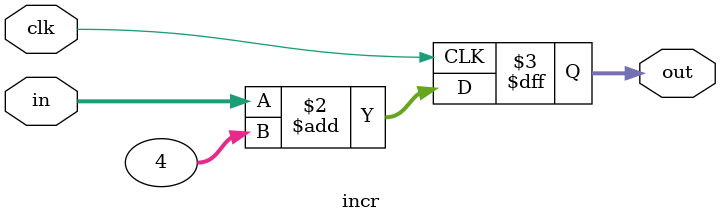
<source format=v>

module incr(in, out, clk);
	input [31:0] in;
	output reg [31:0] out;
	input clk;
	
	always @ (posedge clk)
	begin
		out <= in + 32'd4;
	end
endmodule
</source>
